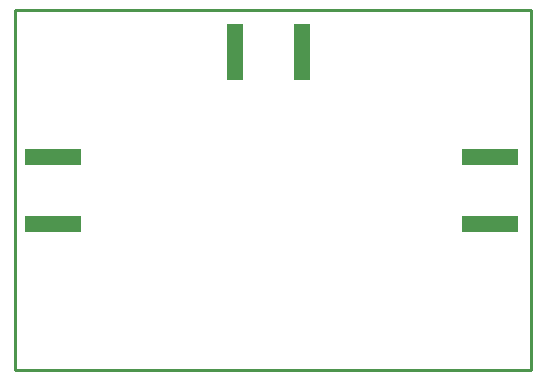
<source format=gbp>
%FSLAX43Y43*%
%MOMM*%
G71*
G01*
G75*
G04 Layer_Color=128*
%ADD10R,1.350X4.800*%
%ADD11R,1.270X4.200*%
%ADD12R,4.800X1.350*%
%ADD13R,4.200X1.270*%
%ADD14R,0.350X0.350*%
%ADD15R,0.350X0.350*%
%ADD16R,1.000X1.100*%
%ADD17R,1.100X1.000*%
%ADD18C,1.630*%
%ADD19C,0.254*%
%ADD20C,2.200*%
%ADD21C,1.270*%
%ADD22C,0.127*%
%ADD23R,1.553X5.003*%
%ADD24R,1.473X4.403*%
%ADD25R,5.003X1.553*%
%ADD26R,4.403X1.473*%
%ADD27R,0.553X0.553*%
%ADD28R,0.553X0.553*%
%ADD29R,1.203X1.303*%
%ADD30R,1.303X1.203*%
%ADD31C,2.403*%
%ADD32C,1.473*%
G54D10*
X18675Y27250D02*
D03*
X24325D02*
D03*
G54D12*
X3250Y12675D02*
D03*
Y18325D02*
D03*
X40250D02*
D03*
Y12675D02*
D03*
G54D19*
X43750Y250D02*
Y30750D01*
X0Y250D02*
X43750D01*
X0Y30750D02*
X43750D01*
X0Y250D02*
Y30750D01*
M02*

</source>
